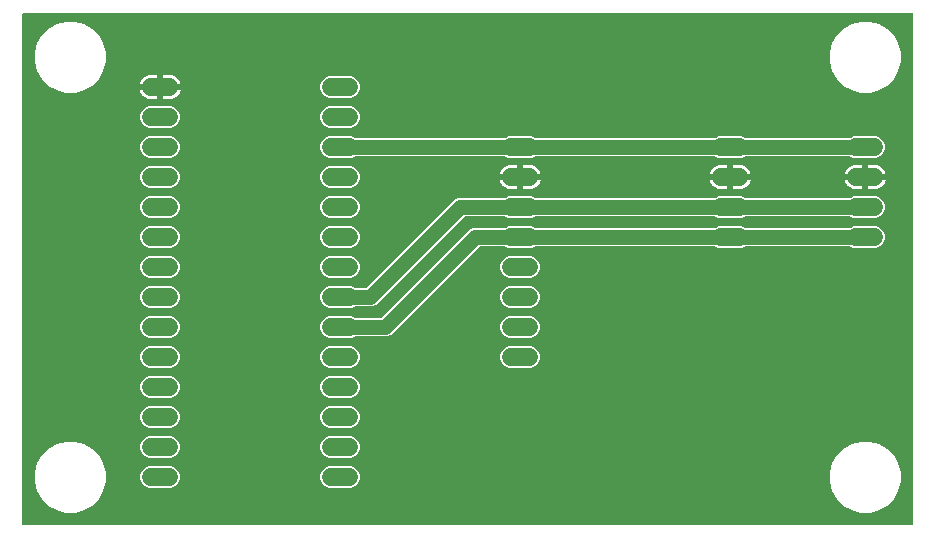
<source format=gbr>
G04 EAGLE Gerber RS-274X export*
G75*
%MOMM*%
%FSLAX34Y34*%
%LPD*%
%INBottom Copper*%
%IPPOS*%
%AMOC8*
5,1,8,0,0,1.08239X$1,22.5*%
G01*
%ADD10C,1.524000*%
%ADD11C,1.270000*%

G36*
X763188Y10176D02*
X763188Y10176D01*
X763307Y10183D01*
X763345Y10196D01*
X763386Y10201D01*
X763496Y10244D01*
X763609Y10281D01*
X763644Y10303D01*
X763681Y10318D01*
X763777Y10387D01*
X763878Y10451D01*
X763906Y10481D01*
X763939Y10504D01*
X764015Y10596D01*
X764096Y10683D01*
X764116Y10718D01*
X764141Y10749D01*
X764192Y10857D01*
X764250Y10961D01*
X764260Y11001D01*
X764277Y11037D01*
X764299Y11154D01*
X764329Y11269D01*
X764333Y11329D01*
X764337Y11349D01*
X764335Y11370D01*
X764339Y11430D01*
X764339Y442470D01*
X764324Y442588D01*
X764317Y442707D01*
X764304Y442745D01*
X764299Y442786D01*
X764256Y442896D01*
X764219Y443009D01*
X764197Y443044D01*
X764182Y443081D01*
X764113Y443177D01*
X764049Y443278D01*
X764019Y443306D01*
X763996Y443339D01*
X763904Y443415D01*
X763817Y443496D01*
X763782Y443516D01*
X763751Y443541D01*
X763643Y443592D01*
X763539Y443650D01*
X763499Y443660D01*
X763463Y443677D01*
X763346Y443699D01*
X763231Y443729D01*
X763171Y443733D01*
X763151Y443737D01*
X763130Y443735D01*
X763070Y443739D01*
X11430Y443739D01*
X11312Y443724D01*
X11193Y443717D01*
X11155Y443704D01*
X11114Y443699D01*
X11004Y443656D01*
X10891Y443619D01*
X10856Y443597D01*
X10819Y443582D01*
X10723Y443513D01*
X10622Y443449D01*
X10594Y443419D01*
X10561Y443396D01*
X10485Y443304D01*
X10404Y443217D01*
X10384Y443182D01*
X10359Y443151D01*
X10308Y443043D01*
X10250Y442939D01*
X10240Y442899D01*
X10223Y442863D01*
X10201Y442746D01*
X10171Y442631D01*
X10167Y442571D01*
X10163Y442551D01*
X10165Y442530D01*
X10161Y442470D01*
X10161Y11430D01*
X10176Y11312D01*
X10183Y11193D01*
X10196Y11155D01*
X10201Y11114D01*
X10244Y11004D01*
X10281Y10891D01*
X10303Y10856D01*
X10318Y10819D01*
X10387Y10723D01*
X10451Y10622D01*
X10481Y10594D01*
X10504Y10561D01*
X10596Y10485D01*
X10683Y10404D01*
X10718Y10384D01*
X10749Y10359D01*
X10857Y10308D01*
X10961Y10250D01*
X11001Y10240D01*
X11037Y10223D01*
X11154Y10201D01*
X11269Y10171D01*
X11329Y10167D01*
X11349Y10163D01*
X11370Y10165D01*
X11430Y10161D01*
X763070Y10161D01*
X763188Y10176D01*
G37*
%LPC*%
G36*
X269961Y194055D02*
X269961Y194055D01*
X266600Y195447D01*
X264027Y198020D01*
X262635Y201381D01*
X262635Y205019D01*
X264027Y208380D01*
X266600Y210953D01*
X269961Y212345D01*
X288839Y212345D01*
X291672Y211171D01*
X291681Y211169D01*
X291689Y211164D01*
X291834Y211127D01*
X291979Y211087D01*
X291988Y211087D01*
X291997Y211085D01*
X292158Y211075D01*
X301012Y211075D01*
X301111Y211087D01*
X301210Y211090D01*
X301268Y211107D01*
X301328Y211115D01*
X301420Y211151D01*
X301515Y211179D01*
X301567Y211209D01*
X301624Y211232D01*
X301704Y211290D01*
X301789Y211340D01*
X301864Y211406D01*
X301881Y211418D01*
X301889Y211428D01*
X301910Y211446D01*
X376539Y286076D01*
X379434Y287275D01*
X419042Y287275D01*
X419052Y287276D01*
X419061Y287275D01*
X419210Y287296D01*
X419358Y287315D01*
X419367Y287318D01*
X419376Y287319D01*
X419528Y287371D01*
X422361Y288545D01*
X441239Y288545D01*
X444072Y287371D01*
X444081Y287369D01*
X444089Y287364D01*
X444234Y287327D01*
X444379Y287287D01*
X444388Y287287D01*
X444397Y287285D01*
X444557Y287275D01*
X596843Y287275D01*
X596852Y287276D01*
X596861Y287275D01*
X597010Y287296D01*
X597158Y287315D01*
X597167Y287318D01*
X597176Y287319D01*
X597328Y287371D01*
X600161Y288545D01*
X619039Y288545D01*
X621872Y287371D01*
X621881Y287369D01*
X621889Y287364D01*
X622034Y287327D01*
X622179Y287287D01*
X622188Y287287D01*
X622197Y287285D01*
X622357Y287275D01*
X711143Y287275D01*
X711152Y287276D01*
X711161Y287275D01*
X711310Y287296D01*
X711458Y287315D01*
X711467Y287318D01*
X711476Y287319D01*
X711628Y287371D01*
X714461Y288545D01*
X733339Y288545D01*
X736700Y287153D01*
X739273Y284580D01*
X740665Y281219D01*
X740665Y277581D01*
X739273Y274220D01*
X736700Y271647D01*
X733339Y270255D01*
X714461Y270255D01*
X711628Y271429D01*
X711619Y271431D01*
X711611Y271436D01*
X711466Y271473D01*
X711321Y271513D01*
X711312Y271513D01*
X711303Y271515D01*
X711143Y271525D01*
X622357Y271525D01*
X622348Y271524D01*
X622339Y271525D01*
X622190Y271504D01*
X622042Y271485D01*
X622033Y271482D01*
X622024Y271481D01*
X621872Y271429D01*
X619039Y270255D01*
X600161Y270255D01*
X597328Y271429D01*
X597319Y271431D01*
X597311Y271436D01*
X597166Y271473D01*
X597021Y271513D01*
X597012Y271513D01*
X597003Y271515D01*
X596843Y271525D01*
X444557Y271525D01*
X444548Y271524D01*
X444539Y271525D01*
X444390Y271504D01*
X444242Y271485D01*
X444233Y271482D01*
X444224Y271481D01*
X444072Y271429D01*
X441239Y270255D01*
X422361Y270255D01*
X419528Y271429D01*
X419519Y271431D01*
X419511Y271436D01*
X419366Y271473D01*
X419221Y271513D01*
X419212Y271513D01*
X419203Y271515D01*
X419042Y271525D01*
X384788Y271525D01*
X384689Y271513D01*
X384590Y271510D01*
X384532Y271493D01*
X384472Y271485D01*
X384380Y271449D01*
X384285Y271421D01*
X384233Y271391D01*
X384176Y271368D01*
X384096Y271310D01*
X384011Y271260D01*
X383936Y271194D01*
X383919Y271182D01*
X383911Y271172D01*
X383890Y271154D01*
X309261Y196524D01*
X306366Y195325D01*
X292158Y195325D01*
X292148Y195324D01*
X292139Y195325D01*
X291990Y195304D01*
X291842Y195285D01*
X291833Y195282D01*
X291824Y195281D01*
X291672Y195229D01*
X288839Y194055D01*
X269961Y194055D01*
G37*
%LPD*%
%LPC*%
G36*
X269961Y168655D02*
X269961Y168655D01*
X266600Y170047D01*
X264027Y172620D01*
X262635Y175981D01*
X262635Y179619D01*
X264027Y182980D01*
X266600Y185553D01*
X269961Y186945D01*
X288839Y186945D01*
X291672Y185771D01*
X291681Y185769D01*
X291689Y185764D01*
X291834Y185727D01*
X291979Y185687D01*
X291988Y185687D01*
X291997Y185685D01*
X292158Y185675D01*
X313712Y185675D01*
X313811Y185687D01*
X313910Y185690D01*
X313968Y185707D01*
X314028Y185715D01*
X314120Y185751D01*
X314215Y185779D01*
X314267Y185809D01*
X314324Y185832D01*
X314404Y185890D01*
X314489Y185940D01*
X314564Y186006D01*
X314581Y186018D01*
X314589Y186028D01*
X314610Y186046D01*
X386846Y258282D01*
X389239Y260676D01*
X392134Y261875D01*
X419042Y261875D01*
X419052Y261876D01*
X419061Y261875D01*
X419210Y261896D01*
X419358Y261915D01*
X419367Y261918D01*
X419376Y261919D01*
X419528Y261971D01*
X422361Y263145D01*
X441239Y263145D01*
X444072Y261971D01*
X444081Y261969D01*
X444089Y261964D01*
X444234Y261927D01*
X444379Y261887D01*
X444388Y261887D01*
X444397Y261885D01*
X444558Y261875D01*
X596842Y261875D01*
X596852Y261876D01*
X596861Y261875D01*
X597010Y261896D01*
X597158Y261915D01*
X597167Y261918D01*
X597176Y261919D01*
X597328Y261971D01*
X600161Y263145D01*
X619039Y263145D01*
X621872Y261971D01*
X621881Y261969D01*
X621889Y261964D01*
X622034Y261927D01*
X622179Y261887D01*
X622188Y261887D01*
X622197Y261885D01*
X622358Y261875D01*
X711142Y261875D01*
X711152Y261876D01*
X711161Y261875D01*
X711310Y261896D01*
X711458Y261915D01*
X711467Y261918D01*
X711476Y261919D01*
X711628Y261971D01*
X714461Y263145D01*
X733339Y263145D01*
X736700Y261753D01*
X739273Y259180D01*
X740665Y255819D01*
X740665Y252181D01*
X739273Y248820D01*
X736700Y246247D01*
X733339Y244855D01*
X714461Y244855D01*
X711628Y246029D01*
X711619Y246031D01*
X711611Y246036D01*
X711466Y246073D01*
X711321Y246113D01*
X711312Y246113D01*
X711303Y246115D01*
X711142Y246125D01*
X622358Y246125D01*
X622348Y246124D01*
X622339Y246125D01*
X622190Y246104D01*
X622042Y246085D01*
X622033Y246082D01*
X622024Y246081D01*
X621872Y246029D01*
X619039Y244855D01*
X600161Y244855D01*
X597328Y246029D01*
X597319Y246031D01*
X597311Y246036D01*
X597166Y246073D01*
X597021Y246113D01*
X597012Y246113D01*
X597003Y246115D01*
X596842Y246125D01*
X444558Y246125D01*
X444548Y246124D01*
X444539Y246125D01*
X444390Y246104D01*
X444242Y246085D01*
X444233Y246082D01*
X444224Y246081D01*
X444072Y246029D01*
X441239Y244855D01*
X422361Y244855D01*
X419528Y246029D01*
X419519Y246031D01*
X419511Y246036D01*
X419366Y246073D01*
X419221Y246113D01*
X419212Y246113D01*
X419203Y246115D01*
X419042Y246125D01*
X397488Y246125D01*
X397389Y246113D01*
X397290Y246110D01*
X397232Y246093D01*
X397172Y246085D01*
X397080Y246049D01*
X396985Y246021D01*
X396933Y245991D01*
X396876Y245968D01*
X396796Y245910D01*
X396711Y245860D01*
X396636Y245794D01*
X396619Y245782D01*
X396611Y245772D01*
X396590Y245754D01*
X321961Y171124D01*
X319066Y169925D01*
X292158Y169925D01*
X292148Y169924D01*
X292139Y169925D01*
X291990Y169904D01*
X291842Y169885D01*
X291833Y169882D01*
X291824Y169881D01*
X291672Y169829D01*
X288839Y168655D01*
X269961Y168655D01*
G37*
%LPD*%
%LPC*%
G36*
X269961Y321055D02*
X269961Y321055D01*
X266600Y322447D01*
X264027Y325020D01*
X262635Y328381D01*
X262635Y332019D01*
X264027Y335380D01*
X266600Y337953D01*
X269961Y339345D01*
X288839Y339345D01*
X291672Y338171D01*
X291681Y338169D01*
X291689Y338164D01*
X291834Y338127D01*
X291979Y338087D01*
X291988Y338087D01*
X291997Y338085D01*
X292157Y338075D01*
X419043Y338075D01*
X419052Y338076D01*
X419061Y338075D01*
X419210Y338096D01*
X419358Y338115D01*
X419367Y338118D01*
X419376Y338119D01*
X419528Y338171D01*
X422361Y339345D01*
X441239Y339345D01*
X444072Y338171D01*
X444081Y338169D01*
X444089Y338164D01*
X444234Y338127D01*
X444379Y338087D01*
X444388Y338087D01*
X444397Y338085D01*
X444557Y338075D01*
X596843Y338075D01*
X596852Y338076D01*
X596861Y338075D01*
X597010Y338096D01*
X597158Y338115D01*
X597167Y338118D01*
X597176Y338119D01*
X597328Y338171D01*
X600161Y339345D01*
X619039Y339345D01*
X621872Y338171D01*
X621881Y338169D01*
X621889Y338164D01*
X622034Y338127D01*
X622179Y338087D01*
X622188Y338087D01*
X622197Y338085D01*
X622357Y338075D01*
X711142Y338075D01*
X711152Y338076D01*
X711161Y338075D01*
X711310Y338096D01*
X711458Y338115D01*
X711467Y338118D01*
X711476Y338119D01*
X711628Y338171D01*
X714461Y339345D01*
X733339Y339345D01*
X736700Y337953D01*
X739273Y335380D01*
X740665Y332019D01*
X740665Y328381D01*
X739273Y325020D01*
X736700Y322447D01*
X733339Y321055D01*
X714461Y321055D01*
X711628Y322229D01*
X711619Y322231D01*
X711611Y322236D01*
X711466Y322273D01*
X711321Y322313D01*
X711312Y322313D01*
X711303Y322315D01*
X711142Y322325D01*
X622357Y322325D01*
X622348Y322324D01*
X622339Y322325D01*
X622190Y322304D01*
X622042Y322285D01*
X622033Y322282D01*
X622024Y322281D01*
X621872Y322229D01*
X619039Y321055D01*
X600161Y321055D01*
X597328Y322229D01*
X597319Y322231D01*
X597311Y322236D01*
X597166Y322273D01*
X597021Y322313D01*
X597012Y322313D01*
X597003Y322315D01*
X596843Y322325D01*
X444557Y322325D01*
X444548Y322324D01*
X444539Y322325D01*
X444390Y322304D01*
X444242Y322285D01*
X444233Y322282D01*
X444224Y322281D01*
X444072Y322229D01*
X441239Y321055D01*
X422361Y321055D01*
X419528Y322229D01*
X419519Y322231D01*
X419511Y322236D01*
X419366Y322273D01*
X419221Y322313D01*
X419212Y322313D01*
X419203Y322315D01*
X419043Y322325D01*
X292157Y322325D01*
X292148Y322324D01*
X292139Y322325D01*
X291990Y322304D01*
X291842Y322285D01*
X291833Y322282D01*
X291824Y322281D01*
X291672Y322229D01*
X288839Y321055D01*
X269961Y321055D01*
G37*
%LPD*%
%LPC*%
G36*
X719929Y376239D02*
X719929Y376239D01*
X712258Y378295D01*
X705381Y382265D01*
X699765Y387881D01*
X695795Y394758D01*
X693739Y402429D01*
X693739Y410371D01*
X695795Y418042D01*
X699765Y424919D01*
X705381Y430535D01*
X712258Y434505D01*
X719929Y436561D01*
X727871Y436561D01*
X735542Y434505D01*
X742419Y430535D01*
X748035Y424919D01*
X752005Y418042D01*
X754061Y410371D01*
X754061Y402429D01*
X752005Y394758D01*
X748035Y387881D01*
X742419Y382265D01*
X735542Y378295D01*
X727871Y376239D01*
X719929Y376239D01*
G37*
%LPD*%
%LPC*%
G36*
X46829Y376239D02*
X46829Y376239D01*
X39158Y378295D01*
X32281Y382265D01*
X26665Y387881D01*
X22695Y394758D01*
X20639Y402429D01*
X20639Y410371D01*
X22695Y418042D01*
X26665Y424919D01*
X32281Y430535D01*
X39158Y434505D01*
X46829Y436561D01*
X54771Y436561D01*
X62442Y434505D01*
X69319Y430535D01*
X74935Y424919D01*
X78905Y418042D01*
X80961Y410371D01*
X80961Y402429D01*
X78905Y394758D01*
X74935Y387881D01*
X69319Y382265D01*
X62442Y378295D01*
X54771Y376239D01*
X46829Y376239D01*
G37*
%LPD*%
%LPC*%
G36*
X46829Y20639D02*
X46829Y20639D01*
X39158Y22695D01*
X32281Y26665D01*
X26665Y32281D01*
X22695Y39158D01*
X20639Y46829D01*
X20639Y54771D01*
X22695Y62442D01*
X26665Y69319D01*
X32281Y74935D01*
X39158Y78905D01*
X46829Y80961D01*
X54771Y80961D01*
X62442Y78905D01*
X69319Y74935D01*
X74935Y69319D01*
X78905Y62442D01*
X80961Y54771D01*
X80961Y46829D01*
X78905Y39158D01*
X74935Y32281D01*
X69319Y26665D01*
X62442Y22695D01*
X54771Y20639D01*
X46829Y20639D01*
G37*
%LPD*%
%LPC*%
G36*
X719929Y20639D02*
X719929Y20639D01*
X712258Y22695D01*
X705381Y26665D01*
X699765Y32281D01*
X695795Y39158D01*
X693739Y46829D01*
X693739Y54771D01*
X695795Y62442D01*
X699765Y69319D01*
X705381Y74935D01*
X712258Y78905D01*
X719929Y80961D01*
X727871Y80961D01*
X735542Y78905D01*
X742419Y74935D01*
X748035Y69319D01*
X752005Y62442D01*
X754061Y54771D01*
X754061Y46829D01*
X752005Y39158D01*
X748035Y32281D01*
X742419Y26665D01*
X735542Y22695D01*
X727871Y20639D01*
X719929Y20639D01*
G37*
%LPD*%
%LPC*%
G36*
X117561Y41655D02*
X117561Y41655D01*
X114200Y43047D01*
X111627Y45620D01*
X110235Y48981D01*
X110235Y52619D01*
X111627Y55980D01*
X114200Y58553D01*
X117561Y59945D01*
X136439Y59945D01*
X139800Y58553D01*
X142373Y55980D01*
X143765Y52619D01*
X143765Y48981D01*
X142373Y45620D01*
X139800Y43047D01*
X136439Y41655D01*
X117561Y41655D01*
G37*
%LPD*%
%LPC*%
G36*
X117561Y270255D02*
X117561Y270255D01*
X114200Y271647D01*
X111627Y274220D01*
X110235Y277581D01*
X110235Y281219D01*
X111627Y284580D01*
X114200Y287153D01*
X117561Y288545D01*
X136439Y288545D01*
X139800Y287153D01*
X142373Y284580D01*
X143765Y281219D01*
X143765Y277581D01*
X142373Y274220D01*
X139800Y271647D01*
X136439Y270255D01*
X117561Y270255D01*
G37*
%LPD*%
%LPC*%
G36*
X269961Y371855D02*
X269961Y371855D01*
X266600Y373247D01*
X264027Y375820D01*
X262635Y379181D01*
X262635Y382819D01*
X264027Y386180D01*
X266600Y388753D01*
X269961Y390145D01*
X288839Y390145D01*
X292200Y388753D01*
X294773Y386180D01*
X296165Y382819D01*
X296165Y379181D01*
X294773Y375820D01*
X292200Y373247D01*
X288839Y371855D01*
X269961Y371855D01*
G37*
%LPD*%
%LPC*%
G36*
X422361Y194055D02*
X422361Y194055D01*
X419000Y195447D01*
X416427Y198020D01*
X415035Y201381D01*
X415035Y205019D01*
X416427Y208380D01*
X419000Y210953D01*
X422361Y212345D01*
X441239Y212345D01*
X444600Y210953D01*
X447173Y208380D01*
X448565Y205019D01*
X448565Y201381D01*
X447173Y198020D01*
X444600Y195447D01*
X441239Y194055D01*
X422361Y194055D01*
G37*
%LPD*%
%LPC*%
G36*
X269961Y92455D02*
X269961Y92455D01*
X266600Y93847D01*
X264027Y96420D01*
X262635Y99781D01*
X262635Y103419D01*
X264027Y106780D01*
X266600Y109353D01*
X269961Y110745D01*
X288839Y110745D01*
X292200Y109353D01*
X294773Y106780D01*
X296165Y103419D01*
X296165Y99781D01*
X294773Y96420D01*
X292200Y93847D01*
X288839Y92455D01*
X269961Y92455D01*
G37*
%LPD*%
%LPC*%
G36*
X117561Y219455D02*
X117561Y219455D01*
X114200Y220847D01*
X111627Y223420D01*
X110235Y226781D01*
X110235Y230419D01*
X111627Y233780D01*
X114200Y236353D01*
X117561Y237745D01*
X136439Y237745D01*
X139800Y236353D01*
X142373Y233780D01*
X143765Y230419D01*
X143765Y226781D01*
X142373Y223420D01*
X139800Y220847D01*
X136439Y219455D01*
X117561Y219455D01*
G37*
%LPD*%
%LPC*%
G36*
X269961Y346455D02*
X269961Y346455D01*
X266600Y347847D01*
X264027Y350420D01*
X262635Y353781D01*
X262635Y357419D01*
X264027Y360780D01*
X266600Y363353D01*
X269961Y364745D01*
X288839Y364745D01*
X292200Y363353D01*
X294773Y360780D01*
X296165Y357419D01*
X296165Y353781D01*
X294773Y350420D01*
X292200Y347847D01*
X288839Y346455D01*
X269961Y346455D01*
G37*
%LPD*%
%LPC*%
G36*
X117561Y346455D02*
X117561Y346455D01*
X114200Y347847D01*
X111627Y350420D01*
X110235Y353781D01*
X110235Y357419D01*
X111627Y360780D01*
X114200Y363353D01*
X117561Y364745D01*
X136439Y364745D01*
X139800Y363353D01*
X142373Y360780D01*
X143765Y357419D01*
X143765Y353781D01*
X142373Y350420D01*
X139800Y347847D01*
X136439Y346455D01*
X117561Y346455D01*
G37*
%LPD*%
%LPC*%
G36*
X117561Y321055D02*
X117561Y321055D01*
X114200Y322447D01*
X111627Y325020D01*
X110235Y328381D01*
X110235Y332019D01*
X111627Y335380D01*
X114200Y337953D01*
X117561Y339345D01*
X136439Y339345D01*
X139800Y337953D01*
X142373Y335380D01*
X143765Y332019D01*
X143765Y328381D01*
X142373Y325020D01*
X139800Y322447D01*
X136439Y321055D01*
X117561Y321055D01*
G37*
%LPD*%
%LPC*%
G36*
X269961Y219455D02*
X269961Y219455D01*
X266600Y220847D01*
X264027Y223420D01*
X262635Y226781D01*
X262635Y230419D01*
X264027Y233780D01*
X266600Y236353D01*
X269961Y237745D01*
X288839Y237745D01*
X292200Y236353D01*
X294773Y233780D01*
X296165Y230419D01*
X296165Y226781D01*
X294773Y223420D01*
X292200Y220847D01*
X288839Y219455D01*
X269961Y219455D01*
G37*
%LPD*%
%LPC*%
G36*
X269961Y270255D02*
X269961Y270255D01*
X266600Y271647D01*
X264027Y274220D01*
X262635Y277581D01*
X262635Y281219D01*
X264027Y284580D01*
X266600Y287153D01*
X269961Y288545D01*
X288839Y288545D01*
X292200Y287153D01*
X294773Y284580D01*
X296165Y281219D01*
X296165Y277581D01*
X294773Y274220D01*
X292200Y271647D01*
X288839Y270255D01*
X269961Y270255D01*
G37*
%LPD*%
%LPC*%
G36*
X269961Y295655D02*
X269961Y295655D01*
X266600Y297047D01*
X264027Y299620D01*
X262635Y302981D01*
X262635Y306619D01*
X264027Y309980D01*
X266600Y312553D01*
X269961Y313945D01*
X288839Y313945D01*
X292200Y312553D01*
X294773Y309980D01*
X296165Y306619D01*
X296165Y302981D01*
X294773Y299620D01*
X292200Y297047D01*
X288839Y295655D01*
X269961Y295655D01*
G37*
%LPD*%
%LPC*%
G36*
X117561Y295655D02*
X117561Y295655D01*
X114200Y297047D01*
X111627Y299620D01*
X110235Y302981D01*
X110235Y306619D01*
X111627Y309980D01*
X114200Y312553D01*
X117561Y313945D01*
X136439Y313945D01*
X139800Y312553D01*
X142373Y309980D01*
X143765Y306619D01*
X143765Y302981D01*
X142373Y299620D01*
X139800Y297047D01*
X136439Y295655D01*
X117561Y295655D01*
G37*
%LPD*%
%LPC*%
G36*
X422361Y219455D02*
X422361Y219455D01*
X419000Y220847D01*
X416427Y223420D01*
X415035Y226781D01*
X415035Y230419D01*
X416427Y233780D01*
X419000Y236353D01*
X422361Y237745D01*
X441239Y237745D01*
X444600Y236353D01*
X447173Y233780D01*
X448565Y230419D01*
X448565Y226781D01*
X447173Y223420D01*
X444600Y220847D01*
X441239Y219455D01*
X422361Y219455D01*
G37*
%LPD*%
%LPC*%
G36*
X269961Y244855D02*
X269961Y244855D01*
X266600Y246247D01*
X264027Y248820D01*
X262635Y252181D01*
X262635Y255819D01*
X264027Y259180D01*
X266600Y261753D01*
X269961Y263145D01*
X288839Y263145D01*
X292200Y261753D01*
X294773Y259180D01*
X296165Y255819D01*
X296165Y252181D01*
X294773Y248820D01*
X292200Y246247D01*
X288839Y244855D01*
X269961Y244855D01*
G37*
%LPD*%
%LPC*%
G36*
X117561Y244855D02*
X117561Y244855D01*
X114200Y246247D01*
X111627Y248820D01*
X110235Y252181D01*
X110235Y255819D01*
X111627Y259180D01*
X114200Y261753D01*
X117561Y263145D01*
X136439Y263145D01*
X139800Y261753D01*
X142373Y259180D01*
X143765Y255819D01*
X143765Y252181D01*
X142373Y248820D01*
X139800Y246247D01*
X136439Y244855D01*
X117561Y244855D01*
G37*
%LPD*%
%LPC*%
G36*
X117561Y194055D02*
X117561Y194055D01*
X114200Y195447D01*
X111627Y198020D01*
X110235Y201381D01*
X110235Y205019D01*
X111627Y208380D01*
X114200Y210953D01*
X117561Y212345D01*
X136439Y212345D01*
X139800Y210953D01*
X142373Y208380D01*
X143765Y205019D01*
X143765Y201381D01*
X142373Y198020D01*
X139800Y195447D01*
X136439Y194055D01*
X117561Y194055D01*
G37*
%LPD*%
%LPC*%
G36*
X422361Y168655D02*
X422361Y168655D01*
X419000Y170047D01*
X416427Y172620D01*
X415035Y175981D01*
X415035Y179619D01*
X416427Y182980D01*
X419000Y185553D01*
X422361Y186945D01*
X441239Y186945D01*
X444600Y185553D01*
X447173Y182980D01*
X448565Y179619D01*
X448565Y175981D01*
X447173Y172620D01*
X444600Y170047D01*
X441239Y168655D01*
X422361Y168655D01*
G37*
%LPD*%
%LPC*%
G36*
X117561Y168655D02*
X117561Y168655D01*
X114200Y170047D01*
X111627Y172620D01*
X110235Y175981D01*
X110235Y179619D01*
X111627Y182980D01*
X114200Y185553D01*
X117561Y186945D01*
X136439Y186945D01*
X139800Y185553D01*
X142373Y182980D01*
X143765Y179619D01*
X143765Y175981D01*
X142373Y172620D01*
X139800Y170047D01*
X136439Y168655D01*
X117561Y168655D01*
G37*
%LPD*%
%LPC*%
G36*
X422361Y143255D02*
X422361Y143255D01*
X419000Y144647D01*
X416427Y147220D01*
X415035Y150581D01*
X415035Y154219D01*
X416427Y157580D01*
X419000Y160153D01*
X422361Y161545D01*
X441239Y161545D01*
X444600Y160153D01*
X447173Y157580D01*
X448565Y154219D01*
X448565Y150581D01*
X447173Y147220D01*
X444600Y144647D01*
X441239Y143255D01*
X422361Y143255D01*
G37*
%LPD*%
%LPC*%
G36*
X269961Y143255D02*
X269961Y143255D01*
X266600Y144647D01*
X264027Y147220D01*
X262635Y150581D01*
X262635Y154219D01*
X264027Y157580D01*
X266600Y160153D01*
X269961Y161545D01*
X288839Y161545D01*
X292200Y160153D01*
X294773Y157580D01*
X296165Y154219D01*
X296165Y150581D01*
X294773Y147220D01*
X292200Y144647D01*
X288839Y143255D01*
X269961Y143255D01*
G37*
%LPD*%
%LPC*%
G36*
X117561Y143255D02*
X117561Y143255D01*
X114200Y144647D01*
X111627Y147220D01*
X110235Y150581D01*
X110235Y154219D01*
X111627Y157580D01*
X114200Y160153D01*
X117561Y161545D01*
X136439Y161545D01*
X139800Y160153D01*
X142373Y157580D01*
X143765Y154219D01*
X143765Y150581D01*
X142373Y147220D01*
X139800Y144647D01*
X136439Y143255D01*
X117561Y143255D01*
G37*
%LPD*%
%LPC*%
G36*
X269961Y117855D02*
X269961Y117855D01*
X266600Y119247D01*
X264027Y121820D01*
X262635Y125181D01*
X262635Y128819D01*
X264027Y132180D01*
X266600Y134753D01*
X269961Y136145D01*
X288839Y136145D01*
X292200Y134753D01*
X294773Y132180D01*
X296165Y128819D01*
X296165Y125181D01*
X294773Y121820D01*
X292200Y119247D01*
X288839Y117855D01*
X269961Y117855D01*
G37*
%LPD*%
%LPC*%
G36*
X117561Y117855D02*
X117561Y117855D01*
X114200Y119247D01*
X111627Y121820D01*
X110235Y125181D01*
X110235Y128819D01*
X111627Y132180D01*
X114200Y134753D01*
X117561Y136145D01*
X136439Y136145D01*
X139800Y134753D01*
X142373Y132180D01*
X143765Y128819D01*
X143765Y125181D01*
X142373Y121820D01*
X139800Y119247D01*
X136439Y117855D01*
X117561Y117855D01*
G37*
%LPD*%
%LPC*%
G36*
X117561Y92455D02*
X117561Y92455D01*
X114200Y93847D01*
X111627Y96420D01*
X110235Y99781D01*
X110235Y103419D01*
X111627Y106780D01*
X114200Y109353D01*
X117561Y110745D01*
X136439Y110745D01*
X139800Y109353D01*
X142373Y106780D01*
X143765Y103419D01*
X143765Y99781D01*
X142373Y96420D01*
X139800Y93847D01*
X136439Y92455D01*
X117561Y92455D01*
G37*
%LPD*%
%LPC*%
G36*
X269961Y67055D02*
X269961Y67055D01*
X266600Y68447D01*
X264027Y71020D01*
X262635Y74381D01*
X262635Y78019D01*
X264027Y81380D01*
X266600Y83953D01*
X269961Y85345D01*
X288839Y85345D01*
X292200Y83953D01*
X294773Y81380D01*
X296165Y78019D01*
X296165Y74381D01*
X294773Y71020D01*
X292200Y68447D01*
X288839Y67055D01*
X269961Y67055D01*
G37*
%LPD*%
%LPC*%
G36*
X117561Y67055D02*
X117561Y67055D01*
X114200Y68447D01*
X111627Y71020D01*
X110235Y74381D01*
X110235Y78019D01*
X111627Y81380D01*
X114200Y83953D01*
X117561Y85345D01*
X136439Y85345D01*
X139800Y83953D01*
X142373Y81380D01*
X143765Y78019D01*
X143765Y74381D01*
X142373Y71020D01*
X139800Y68447D01*
X136439Y67055D01*
X117561Y67055D01*
G37*
%LPD*%
%LPC*%
G36*
X269961Y41655D02*
X269961Y41655D01*
X266600Y43047D01*
X264027Y45620D01*
X262635Y48981D01*
X262635Y52619D01*
X264027Y55980D01*
X266600Y58553D01*
X269961Y59945D01*
X288839Y59945D01*
X292200Y58553D01*
X294773Y55980D01*
X296165Y52619D01*
X296165Y48981D01*
X294773Y45620D01*
X292200Y43047D01*
X288839Y41655D01*
X269961Y41655D01*
G37*
%LPD*%
%LPC*%
G36*
X129539Y383539D02*
X129539Y383539D01*
X129539Y391161D01*
X135420Y391161D01*
X136999Y390911D01*
X138520Y390416D01*
X139945Y389690D01*
X141239Y388750D01*
X142370Y387619D01*
X143310Y386325D01*
X144036Y384900D01*
X144479Y383539D01*
X129539Y383539D01*
G37*
%LPD*%
%LPC*%
G36*
X726439Y307339D02*
X726439Y307339D01*
X726439Y314961D01*
X732320Y314961D01*
X733899Y314711D01*
X735420Y314216D01*
X736845Y313490D01*
X738139Y312550D01*
X739270Y311419D01*
X740210Y310125D01*
X740936Y308700D01*
X741379Y307339D01*
X726439Y307339D01*
G37*
%LPD*%
%LPC*%
G36*
X434339Y307339D02*
X434339Y307339D01*
X434339Y314961D01*
X440220Y314961D01*
X441799Y314711D01*
X443320Y314216D01*
X444745Y313490D01*
X446039Y312550D01*
X447170Y311419D01*
X448110Y310125D01*
X448836Y308700D01*
X449279Y307339D01*
X434339Y307339D01*
G37*
%LPD*%
%LPC*%
G36*
X612139Y307339D02*
X612139Y307339D01*
X612139Y314961D01*
X618020Y314961D01*
X619599Y314711D01*
X621120Y314216D01*
X622545Y313490D01*
X623839Y312550D01*
X624970Y311419D01*
X625910Y310125D01*
X626636Y308700D01*
X627079Y307339D01*
X612139Y307339D01*
G37*
%LPD*%
%LPC*%
G36*
X706421Y307339D02*
X706421Y307339D01*
X706864Y308700D01*
X707590Y310125D01*
X708530Y311419D01*
X709661Y312550D01*
X710955Y313490D01*
X712380Y314216D01*
X713901Y314711D01*
X715480Y314961D01*
X721361Y314961D01*
X721361Y307339D01*
X706421Y307339D01*
G37*
%LPD*%
%LPC*%
G36*
X109521Y383539D02*
X109521Y383539D01*
X109964Y384900D01*
X110690Y386325D01*
X111630Y387619D01*
X112761Y388750D01*
X114055Y389690D01*
X115480Y390416D01*
X117001Y390911D01*
X118580Y391161D01*
X124461Y391161D01*
X124461Y383539D01*
X109521Y383539D01*
G37*
%LPD*%
%LPC*%
G36*
X592121Y307339D02*
X592121Y307339D01*
X592564Y308700D01*
X593290Y310125D01*
X594230Y311419D01*
X595361Y312550D01*
X596655Y313490D01*
X598080Y314216D01*
X599601Y314711D01*
X601180Y314961D01*
X607061Y314961D01*
X607061Y307339D01*
X592121Y307339D01*
G37*
%LPD*%
%LPC*%
G36*
X414321Y307339D02*
X414321Y307339D01*
X414764Y308700D01*
X415490Y310125D01*
X416430Y311419D01*
X417561Y312550D01*
X418855Y313490D01*
X420280Y314216D01*
X421801Y314711D01*
X423380Y314961D01*
X429261Y314961D01*
X429261Y307339D01*
X414321Y307339D01*
G37*
%LPD*%
%LPC*%
G36*
X129539Y370839D02*
X129539Y370839D01*
X129539Y378461D01*
X144479Y378461D01*
X144036Y377100D01*
X143310Y375675D01*
X142370Y374381D01*
X141239Y373250D01*
X139945Y372310D01*
X138520Y371584D01*
X136999Y371089D01*
X135420Y370839D01*
X129539Y370839D01*
G37*
%LPD*%
%LPC*%
G36*
X434339Y294639D02*
X434339Y294639D01*
X434339Y302261D01*
X449279Y302261D01*
X448836Y300899D01*
X448110Y299475D01*
X447170Y298181D01*
X446039Y297050D01*
X444745Y296110D01*
X443320Y295384D01*
X441799Y294889D01*
X440220Y294639D01*
X434339Y294639D01*
G37*
%LPD*%
%LPC*%
G36*
X612139Y294639D02*
X612139Y294639D01*
X612139Y302261D01*
X627079Y302261D01*
X626636Y300899D01*
X625910Y299475D01*
X624970Y298181D01*
X623839Y297050D01*
X622545Y296110D01*
X621120Y295384D01*
X619599Y294889D01*
X618020Y294639D01*
X612139Y294639D01*
G37*
%LPD*%
%LPC*%
G36*
X726439Y294639D02*
X726439Y294639D01*
X726439Y302261D01*
X741379Y302261D01*
X740936Y300899D01*
X740210Y299475D01*
X739270Y298181D01*
X738139Y297050D01*
X736845Y296110D01*
X735420Y295384D01*
X733899Y294889D01*
X732320Y294639D01*
X726439Y294639D01*
G37*
%LPD*%
%LPC*%
G36*
X118580Y370839D02*
X118580Y370839D01*
X117001Y371089D01*
X115480Y371584D01*
X114055Y372310D01*
X112761Y373250D01*
X111630Y374381D01*
X110690Y375675D01*
X109964Y377100D01*
X109521Y378461D01*
X124461Y378461D01*
X124461Y370839D01*
X118580Y370839D01*
G37*
%LPD*%
%LPC*%
G36*
X601180Y294639D02*
X601180Y294639D01*
X599601Y294889D01*
X598080Y295384D01*
X596655Y296110D01*
X595361Y297050D01*
X594230Y298181D01*
X593290Y299475D01*
X592564Y300899D01*
X592121Y302261D01*
X607061Y302261D01*
X607061Y294639D01*
X601180Y294639D01*
G37*
%LPD*%
%LPC*%
G36*
X715480Y294639D02*
X715480Y294639D01*
X713901Y294889D01*
X712380Y295384D01*
X710955Y296110D01*
X709661Y297050D01*
X708530Y298181D01*
X707590Y299475D01*
X706864Y300899D01*
X706421Y302261D01*
X721361Y302261D01*
X721361Y294639D01*
X715480Y294639D01*
G37*
%LPD*%
%LPC*%
G36*
X423380Y294639D02*
X423380Y294639D01*
X421801Y294889D01*
X420280Y295384D01*
X418855Y296110D01*
X417561Y297050D01*
X416430Y298181D01*
X415490Y299475D01*
X414764Y300899D01*
X414321Y302261D01*
X429261Y302261D01*
X429261Y294639D01*
X423380Y294639D01*
G37*
%LPD*%
%LPC*%
G36*
X431799Y304799D02*
X431799Y304799D01*
X431799Y304801D01*
X431801Y304801D01*
X431801Y304799D01*
X431799Y304799D01*
G37*
%LPD*%
%LPC*%
G36*
X723899Y304799D02*
X723899Y304799D01*
X723899Y304801D01*
X723901Y304801D01*
X723901Y304799D01*
X723899Y304799D01*
G37*
%LPD*%
%LPC*%
G36*
X609599Y304799D02*
X609599Y304799D01*
X609599Y304801D01*
X609601Y304801D01*
X609601Y304799D01*
X609599Y304799D01*
G37*
%LPD*%
%LPC*%
G36*
X126999Y380999D02*
X126999Y380999D01*
X126999Y381001D01*
X127001Y381001D01*
X127001Y380999D01*
X126999Y380999D01*
G37*
%LPD*%
D10*
X119380Y330200D02*
X134620Y330200D01*
X134620Y355600D02*
X119380Y355600D01*
X119380Y381000D02*
X134620Y381000D01*
X134620Y304800D02*
X119380Y304800D01*
X119380Y279400D02*
X134620Y279400D01*
X134620Y254000D02*
X119380Y254000D01*
X119380Y228600D02*
X134620Y228600D01*
X134620Y203200D02*
X119380Y203200D01*
X119380Y177800D02*
X134620Y177800D01*
X134620Y152400D02*
X119380Y152400D01*
X119380Y127000D02*
X134620Y127000D01*
X134620Y101600D02*
X119380Y101600D01*
X119380Y76200D02*
X134620Y76200D01*
X134620Y50800D02*
X119380Y50800D01*
X271780Y330200D02*
X287020Y330200D01*
X287020Y355600D02*
X271780Y355600D01*
X271780Y381000D02*
X287020Y381000D01*
X287020Y304800D02*
X271780Y304800D01*
X271780Y279400D02*
X287020Y279400D01*
X287020Y254000D02*
X271780Y254000D01*
X271780Y228600D02*
X287020Y228600D01*
X287020Y203200D02*
X271780Y203200D01*
X271780Y177800D02*
X287020Y177800D01*
X287020Y152400D02*
X271780Y152400D01*
X271780Y127000D02*
X287020Y127000D01*
X287020Y101600D02*
X271780Y101600D01*
X271780Y76200D02*
X287020Y76200D01*
X287020Y50800D02*
X271780Y50800D01*
X424180Y279400D02*
X439420Y279400D01*
X439420Y304800D02*
X424180Y304800D01*
X424180Y330200D02*
X439420Y330200D01*
X439420Y254000D02*
X424180Y254000D01*
X424180Y228600D02*
X439420Y228600D01*
X439420Y203200D02*
X424180Y203200D01*
X424180Y177800D02*
X439420Y177800D01*
X439420Y152400D02*
X424180Y152400D01*
X601980Y279400D02*
X617220Y279400D01*
X617220Y304800D02*
X601980Y304800D01*
X601980Y330200D02*
X617220Y330200D01*
X617220Y254000D02*
X601980Y254000D01*
X716280Y279400D02*
X731520Y279400D01*
X731520Y304800D02*
X716280Y304800D01*
X716280Y330200D02*
X731520Y330200D01*
X731520Y254000D02*
X716280Y254000D01*
D11*
X431800Y330200D02*
X279400Y330200D01*
X431800Y330200D02*
X609600Y330200D01*
X723900Y330200D01*
X609600Y279400D02*
X431800Y279400D01*
X609600Y279400D02*
X723900Y279400D01*
X304800Y203200D02*
X279400Y203200D01*
X381000Y279400D02*
X431800Y279400D01*
X381000Y279400D02*
X304800Y203200D01*
X431800Y254000D02*
X609600Y254000D01*
X723900Y254000D01*
X393700Y254000D02*
X317500Y177800D01*
X279400Y177800D01*
X393700Y254000D02*
X431800Y254000D01*
M02*

</source>
